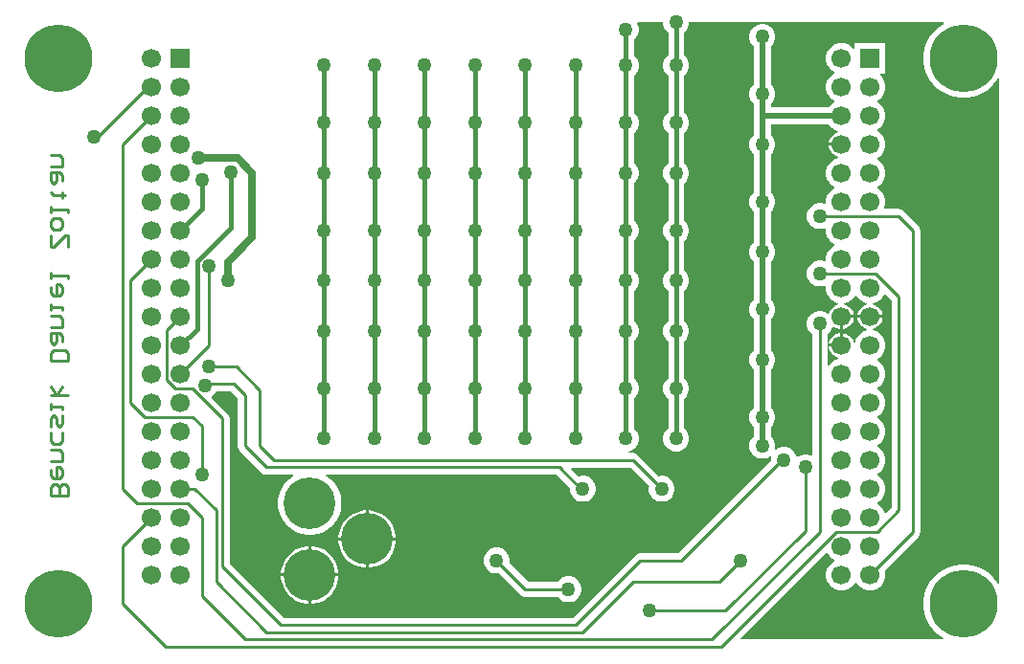
<source format=gbl>
G04*
G04 #@! TF.GenerationSoftware,Altium Limited,Altium Designer,21.6.4 (81)*
G04*
G04 Layer_Physical_Order=2*
G04 Layer_Color=16711680*
%FSLAX25Y25*%
%MOIN*%
G70*
G04*
G04 #@! TF.SameCoordinates,A847D882-0BDF-4909-9EFC-D743794CE1D5*
G04*
G04*
G04 #@! TF.FilePolarity,Positive*
G04*
G01*
G75*
%ADD13C,0.01000*%
%ADD48C,0.02000*%
%ADD49C,0.02500*%
%ADD50C,0.01500*%
%ADD52C,0.18000*%
%ADD53R,0.06693X0.06693*%
%ADD54C,0.06693*%
%ADD55C,0.23622*%
%ADD56C,0.05000*%
G36*
X288222Y186717D02*
X289217Y185722D01*
X290436Y185018D01*
X291469Y184741D01*
Y184223D01*
X290822Y184050D01*
X289831Y183478D01*
X289022Y182669D01*
X288450Y181678D01*
X288154Y180572D01*
Y180500D01*
X292500D01*
Y179500D01*
X288154D01*
Y179428D01*
X288450Y178322D01*
X289022Y177331D01*
X289831Y176522D01*
X290822Y175950D01*
X291469Y175777D01*
Y175259D01*
X290436Y174982D01*
X289217Y174278D01*
X288222Y173283D01*
X287518Y172064D01*
X287154Y170704D01*
Y169296D01*
X287518Y167936D01*
X288222Y166717D01*
X289217Y165722D01*
X289967Y165289D01*
Y164711D01*
X289217Y164278D01*
X288222Y163283D01*
X287518Y162064D01*
X287154Y160704D01*
Y159530D01*
X286876Y159306D01*
X286709Y159216D01*
X286676Y159210D01*
X285592Y159500D01*
X284408D01*
X283263Y159193D01*
X282237Y158601D01*
X281399Y157763D01*
X280807Y156737D01*
X280500Y155592D01*
Y154408D01*
X280807Y153263D01*
X281399Y152237D01*
X282237Y151399D01*
X283263Y150807D01*
X284408Y150500D01*
X285592D01*
X286676Y150790D01*
X286709Y150784D01*
X286876Y150694D01*
X287154Y150470D01*
Y149296D01*
X287518Y147936D01*
X288222Y146717D01*
X289217Y145722D01*
X289967Y145289D01*
Y144711D01*
X289217Y144278D01*
X288222Y143283D01*
X287518Y142064D01*
X287154Y140704D01*
Y139530D01*
X286876Y139306D01*
X286709Y139216D01*
X286676Y139210D01*
X285592Y139500D01*
X284408D01*
X283263Y139193D01*
X282237Y138601D01*
X281399Y137763D01*
X280807Y136737D01*
X280500Y135592D01*
Y134408D01*
X280807Y133263D01*
X281399Y132237D01*
X282237Y131399D01*
X283263Y130807D01*
X284408Y130500D01*
X285592D01*
X286676Y130790D01*
X286709Y130784D01*
X286876Y130694D01*
X287154Y130470D01*
Y129296D01*
X287518Y127936D01*
X288222Y126717D01*
X289217Y125722D01*
X290436Y125018D01*
X291469Y124741D01*
Y124223D01*
X290822Y124050D01*
X289831Y123478D01*
X289022Y122669D01*
X288450Y121678D01*
X288312Y121164D01*
X287829Y121035D01*
X287763Y121101D01*
X286737Y121693D01*
X285592Y122000D01*
X284408D01*
X283263Y121693D01*
X282237Y121101D01*
X281399Y120263D01*
X280807Y119237D01*
X280500Y118092D01*
Y116908D01*
X280807Y115763D01*
X281399Y114737D01*
X282237Y113899D01*
X282451Y113776D01*
Y71781D01*
X282018Y71531D01*
X281737Y71693D01*
X280592Y72000D01*
X279408D01*
X278263Y71693D01*
X277362Y71173D01*
X276810Y71303D01*
X276693Y71737D01*
X276101Y72763D01*
X275263Y73601D01*
X274237Y74193D01*
X273092Y74500D01*
X271908D01*
X270763Y74193D01*
X269813Y73645D01*
X269577Y73755D01*
X269377Y73948D01*
X269500Y74408D01*
Y75592D01*
X269193Y76737D01*
X268601Y77763D01*
X268026Y78338D01*
Y81662D01*
X268601Y82237D01*
X269193Y83263D01*
X269500Y84408D01*
Y85592D01*
X269193Y86737D01*
X268601Y87763D01*
X268026Y88338D01*
Y101662D01*
X268601Y102237D01*
X269193Y103263D01*
X269500Y104408D01*
Y105592D01*
X269193Y106737D01*
X268601Y107763D01*
X268026Y108338D01*
Y119162D01*
X268601Y119737D01*
X269193Y120763D01*
X269500Y121908D01*
Y123092D01*
X269193Y124237D01*
X268601Y125263D01*
X268026Y125838D01*
Y139162D01*
X268601Y139737D01*
X269193Y140763D01*
X269500Y141908D01*
Y143092D01*
X269193Y144237D01*
X268601Y145263D01*
X268026Y145838D01*
Y156662D01*
X268601Y157237D01*
X269193Y158263D01*
X269500Y159408D01*
Y160592D01*
X269193Y161737D01*
X268601Y162763D01*
X268026Y163338D01*
Y176662D01*
X268601Y177237D01*
X269193Y178263D01*
X269500Y179408D01*
Y180592D01*
X269193Y181737D01*
X268601Y182763D01*
X268026Y183338D01*
Y186974D01*
X288073D01*
X288222Y186717D01*
D02*
G37*
G36*
X309951Y125798D02*
Y53556D01*
X308042Y51647D01*
X307559Y51776D01*
X307482Y52064D01*
X306778Y53283D01*
X305783Y54278D01*
X305033Y54711D01*
Y55289D01*
X305783Y55722D01*
X306778Y56717D01*
X307482Y57936D01*
X307846Y59296D01*
Y60704D01*
X307482Y62064D01*
X306778Y63283D01*
X305783Y64278D01*
X305033Y64711D01*
Y65289D01*
X305783Y65722D01*
X306778Y66717D01*
X307482Y67936D01*
X307846Y69296D01*
Y70704D01*
X307482Y72064D01*
X306778Y73283D01*
X305783Y74278D01*
X305033Y74711D01*
Y75289D01*
X305783Y75722D01*
X306778Y76717D01*
X307482Y77936D01*
X307846Y79296D01*
Y80704D01*
X307482Y82064D01*
X306778Y83283D01*
X305783Y84278D01*
X305033Y84711D01*
Y85289D01*
X305783Y85722D01*
X306778Y86717D01*
X307482Y87936D01*
X307846Y89296D01*
Y90704D01*
X307482Y92064D01*
X306778Y93283D01*
X305783Y94278D01*
X305033Y94711D01*
Y95289D01*
X305783Y95722D01*
X306778Y96717D01*
X307482Y97936D01*
X307846Y99296D01*
Y100704D01*
X307482Y102064D01*
X306778Y103283D01*
X305783Y104278D01*
X305033Y104711D01*
Y105289D01*
X305783Y105722D01*
X306778Y106717D01*
X307482Y107936D01*
X307846Y109296D01*
Y110704D01*
X307482Y112064D01*
X306778Y113283D01*
X305783Y114278D01*
X304564Y114982D01*
X303531Y115259D01*
Y115777D01*
X304178Y115950D01*
X305169Y116522D01*
X305978Y117331D01*
X306550Y118322D01*
X306846Y119428D01*
Y119500D01*
X302500D01*
X298153D01*
Y119428D01*
X298450Y118322D01*
X299022Y117331D01*
X299831Y116522D01*
X300822Y115950D01*
X301469Y115777D01*
Y115259D01*
X300436Y114982D01*
X299217Y114278D01*
X298222Y113283D01*
X297518Y112064D01*
X297241Y111031D01*
X296724D01*
X296550Y111678D01*
X295978Y112669D01*
X295169Y113478D01*
X294178Y114050D01*
X293072Y114347D01*
X293000D01*
Y110000D01*
X292500D01*
Y109500D01*
X288154D01*
Y109428D01*
X288450Y108322D01*
X289022Y107331D01*
X289831Y106522D01*
X290822Y105950D01*
X291469Y105777D01*
Y105259D01*
X290436Y104982D01*
X289217Y104278D01*
X288222Y103283D01*
X288032Y102954D01*
X287549Y103083D01*
Y113776D01*
X287763Y113899D01*
X288601Y114737D01*
X289193Y115763D01*
X289358Y116379D01*
X289903Y116480D01*
X290822Y115950D01*
X291928Y115654D01*
X292000D01*
Y120000D01*
X292500D01*
Y120500D01*
X296847D01*
Y120572D01*
X296550Y121678D01*
X295978Y122669D01*
X295169Y123478D01*
X294178Y124050D01*
X293531Y124223D01*
Y124741D01*
X294564Y125018D01*
X295783Y125722D01*
X296778Y126717D01*
X297211Y127467D01*
X297789D01*
X298222Y126717D01*
X299217Y125722D01*
X300436Y125018D01*
X301469Y124741D01*
Y124223D01*
X300822Y124050D01*
X299831Y123478D01*
X299022Y122669D01*
X298450Y121678D01*
X298153Y120572D01*
Y120500D01*
X302500D01*
X306846D01*
Y120572D01*
X306550Y121678D01*
X305978Y122669D01*
X305169Y123478D01*
X304178Y124050D01*
X303531Y124223D01*
Y124741D01*
X304564Y125018D01*
X305783Y125722D01*
X306778Y126717D01*
X307344Y127698D01*
X307932Y127817D01*
X309951Y125798D01*
D02*
G37*
G36*
X230500Y222500D02*
Y221908D01*
X230807Y220763D01*
X231399Y219737D01*
X232226Y218910D01*
Y211090D01*
X231399Y210263D01*
X230807Y209237D01*
X230500Y208092D01*
Y206908D01*
X230807Y205763D01*
X231399Y204737D01*
X232226Y203910D01*
Y191090D01*
X231399Y190263D01*
X230807Y189237D01*
X230500Y188092D01*
Y186908D01*
X230807Y185763D01*
X231399Y184737D01*
X232226Y183910D01*
Y173590D01*
X231399Y172763D01*
X230807Y171737D01*
X230500Y170592D01*
Y169408D01*
X230807Y168263D01*
X231399Y167237D01*
X232226Y166410D01*
Y153590D01*
X231399Y152763D01*
X230807Y151737D01*
X230500Y150592D01*
Y149408D01*
X230807Y148263D01*
X231399Y147237D01*
X232226Y146410D01*
Y136090D01*
X231399Y135263D01*
X230807Y134237D01*
X230500Y133092D01*
Y131908D01*
X230807Y130763D01*
X231399Y129737D01*
X232226Y128910D01*
Y118590D01*
X231399Y117763D01*
X230807Y116737D01*
X230500Y115592D01*
Y114408D01*
X230807Y113263D01*
X231399Y112237D01*
X232226Y111410D01*
Y98590D01*
X231399Y97763D01*
X230807Y96737D01*
X230500Y95592D01*
Y94408D01*
X230807Y93263D01*
X231399Y92237D01*
X232226Y91410D01*
Y81090D01*
X231399Y80263D01*
X230807Y79237D01*
X230500Y78092D01*
Y76908D01*
X230807Y75763D01*
X231399Y74737D01*
X232237Y73899D01*
X233263Y73307D01*
X234408Y73000D01*
X235592D01*
X236737Y73307D01*
X237763Y73899D01*
X238601Y74737D01*
X239193Y75763D01*
X239500Y76908D01*
Y78092D01*
X239193Y79237D01*
X238601Y80263D01*
X237774Y81090D01*
Y91410D01*
X238601Y92237D01*
X239193Y93263D01*
X239500Y94408D01*
Y95592D01*
X239193Y96737D01*
X238601Y97763D01*
X237774Y98590D01*
Y111410D01*
X238601Y112237D01*
X239193Y113263D01*
X239500Y114408D01*
Y115592D01*
X239193Y116737D01*
X238601Y117763D01*
X237774Y118590D01*
Y128910D01*
X238601Y129737D01*
X239193Y130763D01*
X239500Y131908D01*
Y133092D01*
X239193Y134237D01*
X238601Y135263D01*
X237774Y136090D01*
Y146410D01*
X238601Y147237D01*
X239193Y148263D01*
X239500Y149408D01*
Y150592D01*
X239193Y151737D01*
X238601Y152763D01*
X237774Y153590D01*
Y166410D01*
X238601Y167237D01*
X239193Y168263D01*
X239500Y169408D01*
Y170592D01*
X239193Y171737D01*
X238601Y172763D01*
X237774Y173590D01*
Y183910D01*
X238601Y184737D01*
X239193Y185763D01*
X239500Y186908D01*
Y188092D01*
X239193Y189237D01*
X238601Y190263D01*
X237774Y191090D01*
Y203910D01*
X238601Y204737D01*
X239193Y205763D01*
X239500Y206908D01*
Y208092D01*
X239193Y209237D01*
X238601Y210263D01*
X237774Y211090D01*
Y218910D01*
X238601Y219737D01*
X239193Y220763D01*
X239500Y221908D01*
Y222500D01*
X328040D01*
X328157Y222014D01*
X327762Y221812D01*
X326003Y220534D01*
X324465Y218997D01*
X323188Y217238D01*
X322201Y215302D01*
X321529Y213234D01*
X321189Y211087D01*
Y208913D01*
X321529Y206766D01*
X322201Y204698D01*
X323188Y202761D01*
X324465Y201003D01*
X326003Y199466D01*
X327762Y198188D01*
X329698Y197201D01*
X331766Y196529D01*
X333913Y196189D01*
X336087D01*
X338234Y196529D01*
X340302Y197201D01*
X342238Y198188D01*
X343997Y199466D01*
X345534Y201003D01*
X346812Y202761D01*
X347014Y203157D01*
X347500Y203040D01*
Y26960D01*
X347014Y26843D01*
X346812Y27239D01*
X345534Y28997D01*
X343997Y30534D01*
X342238Y31812D01*
X340302Y32799D01*
X338234Y33471D01*
X336087Y33811D01*
X333913D01*
X331766Y33471D01*
X329698Y32799D01*
X327762Y31812D01*
X326003Y30534D01*
X324465Y28997D01*
X323188Y27239D01*
X322201Y25302D01*
X321529Y23234D01*
X321189Y21087D01*
Y18913D01*
X321529Y16766D01*
X322201Y14698D01*
X323188Y12762D01*
X324465Y11003D01*
X326003Y9465D01*
X327762Y8188D01*
X328157Y7986D01*
X328040Y7500D01*
X257404D01*
X257213Y7962D01*
X287068Y37817D01*
X287656Y37698D01*
X288222Y36717D01*
X289217Y35722D01*
X289967Y35289D01*
Y34711D01*
X289217Y34278D01*
X288222Y33283D01*
X287518Y32064D01*
X287154Y30704D01*
Y29296D01*
X287518Y27936D01*
X288222Y26717D01*
X289217Y25722D01*
X290436Y25018D01*
X291796Y24654D01*
X293204D01*
X294564Y25018D01*
X295783Y25722D01*
X296778Y26717D01*
X297211Y27467D01*
X297789D01*
X298222Y26717D01*
X299217Y25722D01*
X300436Y25018D01*
X301796Y24654D01*
X303204D01*
X304564Y25018D01*
X305783Y25722D01*
X306778Y26717D01*
X307482Y27936D01*
X307846Y29296D01*
Y30704D01*
X307627Y31522D01*
X319302Y43198D01*
X319855Y44025D01*
X320049Y45000D01*
Y150000D01*
X319855Y150976D01*
X319302Y151802D01*
X314302Y156802D01*
X313475Y157355D01*
X312500Y157549D01*
X307767D01*
X307512Y158049D01*
X307846Y159296D01*
Y160704D01*
X307482Y162064D01*
X306778Y163283D01*
X305783Y164278D01*
X305033Y164711D01*
Y165289D01*
X305783Y165722D01*
X306778Y166717D01*
X307482Y167936D01*
X307846Y169296D01*
Y170704D01*
X307482Y172064D01*
X306778Y173283D01*
X305783Y174278D01*
X305033Y174711D01*
Y175289D01*
X305783Y175722D01*
X306778Y176717D01*
X307482Y177936D01*
X307846Y179296D01*
Y180704D01*
X307482Y182064D01*
X306778Y183283D01*
X305783Y184278D01*
X305033Y184711D01*
Y185289D01*
X305783Y185722D01*
X306778Y186717D01*
X307482Y187936D01*
X307846Y189296D01*
Y190704D01*
X307482Y192064D01*
X306778Y193283D01*
X305783Y194278D01*
X305033Y194711D01*
Y195289D01*
X305783Y195722D01*
X306778Y196717D01*
X307482Y197936D01*
X307846Y199296D01*
Y200704D01*
X307482Y202064D01*
X306778Y203283D01*
X305908Y204153D01*
X306084Y204654D01*
X307846D01*
Y215347D01*
X297153D01*
Y213584D01*
X296654Y213407D01*
X295783Y214278D01*
X294564Y214982D01*
X293204Y215347D01*
X291796D01*
X290436Y214982D01*
X289217Y214278D01*
X288222Y213283D01*
X287518Y212064D01*
X287154Y210704D01*
Y209296D01*
X287518Y207936D01*
X288222Y206717D01*
X289217Y205722D01*
X289967Y205289D01*
Y204711D01*
X289217Y204278D01*
X288222Y203283D01*
X287518Y202064D01*
X287154Y200704D01*
Y199296D01*
X287518Y197936D01*
X288222Y196717D01*
X289217Y195722D01*
X289967Y195289D01*
Y194711D01*
X289217Y194278D01*
X288222Y193283D01*
X288073Y193026D01*
X268026D01*
Y194162D01*
X268601Y194737D01*
X269193Y195763D01*
X269500Y196908D01*
Y198092D01*
X269193Y199237D01*
X268601Y200263D01*
X268026Y200838D01*
Y214162D01*
X268601Y214737D01*
X269193Y215763D01*
X269500Y216908D01*
Y218092D01*
X269193Y219237D01*
X268601Y220263D01*
X267763Y221101D01*
X266737Y221693D01*
X265592Y222000D01*
X264408D01*
X263263Y221693D01*
X262237Y221101D01*
X261399Y220263D01*
X260807Y219237D01*
X260500Y218092D01*
Y216908D01*
X260807Y215763D01*
X261399Y214737D01*
X261974Y214162D01*
Y200838D01*
X261399Y200263D01*
X260807Y199237D01*
X260500Y198092D01*
Y196908D01*
X260807Y195763D01*
X261399Y194737D01*
X261974Y194162D01*
Y190000D01*
Y183338D01*
X261399Y182763D01*
X260807Y181737D01*
X260500Y180592D01*
Y179408D01*
X260807Y178263D01*
X261399Y177237D01*
X261974Y176662D01*
Y163338D01*
X261399Y162763D01*
X260807Y161737D01*
X260500Y160592D01*
Y159408D01*
X260807Y158263D01*
X261399Y157237D01*
X261974Y156662D01*
Y145838D01*
X261399Y145263D01*
X260807Y144237D01*
X260500Y143092D01*
Y141908D01*
X260807Y140763D01*
X261399Y139737D01*
X261974Y139162D01*
Y125838D01*
X261399Y125263D01*
X260807Y124237D01*
X260500Y123092D01*
Y121908D01*
X260807Y120763D01*
X261399Y119737D01*
X261974Y119162D01*
Y108338D01*
X261399Y107763D01*
X260807Y106737D01*
X260500Y105592D01*
Y104408D01*
X260807Y103263D01*
X261399Y102237D01*
X261974Y101662D01*
Y88338D01*
X261399Y87763D01*
X260807Y86737D01*
X260500Y85592D01*
Y84408D01*
X260807Y83263D01*
X261399Y82237D01*
X261974Y81662D01*
Y78338D01*
X261399Y77763D01*
X260807Y76737D01*
X260500Y75592D01*
Y74408D01*
X260807Y73263D01*
X261399Y72237D01*
X262237Y71399D01*
X263263Y70807D01*
X264408Y70500D01*
X265592D01*
X266737Y70807D01*
X267687Y71355D01*
X267923Y71245D01*
X268123Y71052D01*
X268000Y70592D01*
Y69762D01*
X235787Y37549D01*
X222500D01*
X221525Y37355D01*
X220698Y36802D01*
X198944Y15049D01*
X98556D01*
X79549Y34056D01*
Y84543D01*
X79355Y85518D01*
X78802Y86345D01*
X73383Y91764D01*
X73449Y92260D01*
X73863Y92499D01*
X74701Y93337D01*
X75055Y93951D01*
X79944D01*
X82451Y91444D01*
Y75000D01*
X82645Y74024D01*
X83198Y73198D01*
X90698Y65698D01*
X91524Y65145D01*
X92500Y64951D01*
X101730D01*
X101846Y64465D01*
X101735Y64408D01*
X100334Y63390D01*
X99110Y62166D01*
X98092Y60765D01*
X97306Y59223D01*
X96771Y57576D01*
X96500Y55866D01*
Y54134D01*
X96771Y52424D01*
X97306Y50778D01*
X98092Y49235D01*
X99110Y47834D01*
X100334Y46610D01*
X101735Y45592D01*
X103278Y44806D01*
X104924Y44271D01*
X106634Y44000D01*
X108366D01*
X110076Y44271D01*
X111723Y44806D01*
X113265Y45592D01*
X114666Y46610D01*
X115890Y47834D01*
X116908Y49235D01*
X117694Y50778D01*
X118229Y52424D01*
X118500Y54134D01*
Y55866D01*
X118229Y57576D01*
X117694Y59223D01*
X116908Y60765D01*
X115890Y62166D01*
X114666Y63390D01*
X113265Y64408D01*
X113154Y64465D01*
X113270Y64951D01*
X193287D01*
X198000Y60238D01*
Y59408D01*
X198307Y58263D01*
X198899Y57237D01*
X199737Y56399D01*
X200763Y55807D01*
X201908Y55500D01*
X203092D01*
X204237Y55807D01*
X205263Y56399D01*
X206101Y57237D01*
X206693Y58263D01*
X207000Y59408D01*
Y60592D01*
X206693Y61737D01*
X206101Y62763D01*
X205263Y63601D01*
X204237Y64193D01*
X203092Y64500D01*
X201908D01*
X201151Y64297D01*
X198459Y66989D01*
X198650Y67451D01*
X218944D01*
X225564Y60831D01*
X225500Y60592D01*
Y59408D01*
X225807Y58263D01*
X226399Y57237D01*
X227237Y56399D01*
X228263Y55807D01*
X229408Y55500D01*
X230592D01*
X231737Y55807D01*
X232763Y56399D01*
X233601Y57237D01*
X234193Y58263D01*
X234500Y59408D01*
Y60592D01*
X234193Y61737D01*
X233601Y62763D01*
X232763Y63601D01*
X231737Y64193D01*
X230592Y64500D01*
X229408D01*
X229169Y64436D01*
X221802Y71802D01*
X220975Y72355D01*
X220000Y72549D01*
X218341D01*
X218275Y73049D01*
X219237Y73307D01*
X220263Y73899D01*
X221101Y74737D01*
X221693Y75763D01*
X222000Y76908D01*
Y78092D01*
X221693Y79237D01*
X221101Y80263D01*
X220274Y81090D01*
Y91410D01*
X221101Y92237D01*
X221693Y93263D01*
X222000Y94408D01*
Y95592D01*
X221693Y96737D01*
X221101Y97763D01*
X220274Y98590D01*
Y111410D01*
X221101Y112237D01*
X221693Y113263D01*
X222000Y114408D01*
Y115592D01*
X221693Y116737D01*
X221101Y117763D01*
X220274Y118590D01*
Y128910D01*
X221101Y129737D01*
X221693Y130763D01*
X222000Y131908D01*
Y133092D01*
X221693Y134237D01*
X221101Y135263D01*
X220274Y136090D01*
Y146410D01*
X221101Y147237D01*
X221693Y148263D01*
X222000Y149408D01*
Y150592D01*
X221693Y151737D01*
X221101Y152763D01*
X220274Y153590D01*
Y166410D01*
X221101Y167237D01*
X221693Y168263D01*
X222000Y169408D01*
Y170592D01*
X221693Y171737D01*
X221101Y172763D01*
X220274Y173590D01*
Y183910D01*
X221101Y184737D01*
X221693Y185763D01*
X222000Y186908D01*
Y188092D01*
X221693Y189237D01*
X221101Y190263D01*
X220274Y191090D01*
Y203910D01*
X221101Y204737D01*
X221693Y205763D01*
X222000Y206908D01*
Y208092D01*
X221693Y209237D01*
X221101Y210263D01*
X220274Y211090D01*
Y216410D01*
X221101Y217237D01*
X221693Y218263D01*
X222000Y219408D01*
Y220592D01*
X221693Y221737D01*
X221503Y222067D01*
X221753Y222500D01*
X230500D01*
D02*
G37*
%LPC*%
G36*
X296847Y119500D02*
X293000D01*
Y115654D01*
X293072D01*
X294178Y115950D01*
X295169Y116522D01*
X295978Y117331D01*
X296550Y118322D01*
X296847Y119428D01*
Y119500D01*
D02*
G37*
G36*
X292000Y114347D02*
X291928D01*
X290822Y114050D01*
X289831Y113478D01*
X289022Y112669D01*
X288450Y111678D01*
X288154Y110572D01*
Y110500D01*
X292000D01*
Y114347D01*
D02*
G37*
G36*
X128485Y52500D02*
X128000D01*
Y43000D01*
X137500D01*
Y43485D01*
X137116Y45417D01*
X136362Y47237D01*
X135267Y48875D01*
X133875Y50267D01*
X132237Y51362D01*
X130417Y52116D01*
X128485Y52500D01*
D02*
G37*
G36*
X127000D02*
X126515D01*
X124583Y52116D01*
X122763Y51362D01*
X121125Y50267D01*
X119732Y48875D01*
X118638Y47237D01*
X117884Y45417D01*
X117500Y43485D01*
Y43000D01*
X127000D01*
Y52500D01*
D02*
G37*
G36*
X137500Y42000D02*
X128000D01*
Y32500D01*
X128485D01*
X130417Y32884D01*
X132237Y33638D01*
X133875Y34732D01*
X135267Y36125D01*
X136362Y37763D01*
X137116Y39583D01*
X137500Y41515D01*
Y42000D01*
D02*
G37*
G36*
X127000D02*
X117500D01*
Y41515D01*
X117884Y39583D01*
X118638Y37763D01*
X119732Y36125D01*
X121125Y34732D01*
X122763Y33638D01*
X124583Y32884D01*
X126515Y32500D01*
X127000D01*
Y42000D01*
D02*
G37*
G36*
X108485Y40000D02*
X108000D01*
Y30500D01*
X117500D01*
Y30985D01*
X117116Y32917D01*
X116362Y34737D01*
X115268Y36375D01*
X113875Y37767D01*
X112237Y38862D01*
X110417Y39616D01*
X108485Y40000D01*
D02*
G37*
G36*
X107000D02*
X106515D01*
X104583Y39616D01*
X102763Y38862D01*
X101125Y37767D01*
X99733Y36375D01*
X98638Y34737D01*
X97884Y32917D01*
X97500Y30985D01*
Y30500D01*
X107000D01*
Y40000D01*
D02*
G37*
G36*
X173092Y39500D02*
X171908D01*
X170763Y39193D01*
X169737Y38601D01*
X168899Y37763D01*
X168307Y36737D01*
X168000Y35592D01*
Y34408D01*
X168307Y33263D01*
X168899Y32237D01*
X169737Y31399D01*
X170763Y30807D01*
X171908Y30500D01*
X173092D01*
X173331Y30564D01*
X180698Y23198D01*
X181525Y22645D01*
X182500Y22451D01*
X193775D01*
X193899Y22237D01*
X194737Y21399D01*
X195763Y20807D01*
X196908Y20500D01*
X198092D01*
X199237Y20807D01*
X200263Y21399D01*
X201101Y22237D01*
X201693Y23263D01*
X202000Y24408D01*
Y25592D01*
X201693Y26737D01*
X201101Y27763D01*
X200263Y28601D01*
X199237Y29193D01*
X198092Y29500D01*
X196908D01*
X195763Y29193D01*
X194737Y28601D01*
X193899Y27763D01*
X193775Y27549D01*
X183556D01*
X176936Y34169D01*
X177000Y34408D01*
Y35592D01*
X176693Y36737D01*
X176101Y37763D01*
X175263Y38601D01*
X174237Y39193D01*
X173092Y39500D01*
D02*
G37*
G36*
X117500Y29500D02*
X108000D01*
Y20000D01*
X108485D01*
X110417Y20384D01*
X112237Y21138D01*
X113875Y22232D01*
X115268Y23625D01*
X116362Y25263D01*
X117116Y27083D01*
X117500Y29015D01*
Y29500D01*
D02*
G37*
G36*
X107000D02*
X97500D01*
Y29015D01*
X97884Y27083D01*
X98638Y25263D01*
X99733Y23625D01*
X101125Y22232D01*
X102763Y21138D01*
X104583Y20384D01*
X106515Y20000D01*
X107000D01*
Y29500D01*
D02*
G37*
%LPD*%
D13*
X70000Y65000D02*
Y81843D01*
X67500Y60000D02*
X75000Y52500D01*
X62500Y60000D02*
X67500D01*
X75000Y27500D02*
Y52500D01*
X71500Y96500D02*
X81000D01*
X71100Y96100D02*
X71500Y96500D01*
X81000D02*
X85000Y92500D01*
X72500Y102500D02*
X81914D01*
X89414Y95000D01*
X66843Y85000D02*
X70000Y81843D01*
X50000Y85000D02*
X66843D01*
X89414Y95000D02*
X90000Y94414D01*
X89414Y95000D02*
X89414D01*
X62500Y100000D02*
X72505Y110005D01*
Y137495D01*
X225657Y17500D02*
X252172D01*
X280000Y45328D01*
X302500Y30000D02*
X317500Y45000D01*
Y150000D01*
X312500Y155000D02*
X317500Y150000D01*
X305000Y45000D02*
X312500Y52500D01*
Y126854D01*
X304354Y135000D02*
X312500Y126854D01*
X290646Y45000D02*
X305000D01*
X280000Y45328D02*
Y67500D01*
X285000Y45000D02*
Y117500D01*
X247500Y7500D02*
X285000Y45000D01*
X271843Y70000D02*
X272500D01*
X236843Y35000D02*
X271843Y70000D01*
X222500Y35000D02*
X236843D01*
X200000Y12500D02*
X222500Y35000D01*
X92500Y67500D02*
X194343D01*
X201843Y60000D01*
X95000Y70000D02*
X220000D01*
X230000Y60000D01*
X42500Y180000D02*
X52500Y190000D01*
X42500Y60000D02*
Y180000D01*
Y60000D02*
X47500Y55000D01*
X42500Y20000D02*
Y40000D01*
X52500Y50000D01*
X42500Y20000D02*
X57500Y5000D01*
X85000Y7500D02*
X247500D01*
X57500Y5000D02*
X250646D01*
X290646Y45000D01*
X85000Y75000D02*
Y92500D01*
X77000Y33000D02*
X97500Y12500D01*
X77000Y33000D02*
Y84543D01*
X66543Y95000D02*
X77000Y84543D01*
X90000Y75000D02*
Y94414D01*
X85000Y75000D02*
X92500Y67500D01*
X90000Y75000D02*
X95000Y70000D01*
X60586Y95000D02*
X66543D01*
X201843Y60000D02*
X202500D01*
X97500Y12500D02*
X200000D01*
X75000Y27500D02*
X92500Y10000D01*
X202500D01*
X220000Y27500D01*
X70000Y22500D02*
X85000Y7500D01*
X182500Y25000D02*
X197500D01*
X172500Y35000D02*
X182500Y25000D01*
X65000Y55000D02*
X70000Y50000D01*
X47500Y55000D02*
X65000D01*
X70000Y22500D02*
Y50000D01*
X220000Y27500D02*
X250000D01*
X257500Y35000D01*
X57653Y97932D02*
X60586Y95000D01*
X57653Y97932D02*
Y115154D01*
X62500Y120000D01*
X45000Y90000D02*
Y132500D01*
X52500Y140000D01*
X45000Y90000D02*
X50000Y85000D01*
X33582Y182500D02*
X51082Y200000D01*
X52500D01*
X32500Y182500D02*
X33582D01*
X285000Y135000D02*
X304354D01*
X285000Y155000D02*
X312500D01*
X23498Y57500D02*
X17500D01*
Y60499D01*
X18500Y61499D01*
X19499D01*
X20499Y60499D01*
Y57500D01*
Y60499D01*
X21499Y61499D01*
X22498D01*
X23498Y60499D01*
Y57500D01*
X17500Y66497D02*
Y64498D01*
X18500Y63498D01*
X20499D01*
X21499Y64498D01*
Y66497D01*
X20499Y67497D01*
X19499D01*
Y63498D01*
X17500Y69496D02*
X21499D01*
Y72495D01*
X20499Y73495D01*
X17500D01*
X21499Y79493D02*
Y76494D01*
X20499Y75494D01*
X18500D01*
X17500Y76494D01*
Y79493D01*
Y81492D02*
Y84491D01*
X18500Y85491D01*
X19499Y84491D01*
Y82492D01*
X20499Y81492D01*
X21499Y82492D01*
Y85491D01*
X17500Y87490D02*
Y89490D01*
Y88490D01*
X21499D01*
Y87490D01*
X17500Y92489D02*
X23498D01*
X19499D02*
X21499Y95488D01*
X19499Y92489D02*
X17500Y95488D01*
X23498Y104485D02*
X17500D01*
Y107484D01*
X18500Y108484D01*
X22498D01*
X23498Y107484D01*
Y104485D01*
X21499Y111483D02*
Y113482D01*
X20499Y114482D01*
X17500D01*
Y111483D01*
X18500Y110483D01*
X19499Y111483D01*
Y114482D01*
X17500Y116481D02*
X21499D01*
Y119480D01*
X20499Y120480D01*
X17500D01*
Y122479D02*
Y124478D01*
Y123479D01*
X21499D01*
Y122479D01*
X17500Y130476D02*
Y128477D01*
X18500Y127477D01*
X20499D01*
X21499Y128477D01*
Y130476D01*
X20499Y131476D01*
X19499D01*
Y127477D01*
X17500Y133475D02*
Y135475D01*
Y134475D01*
X23498D01*
Y133475D01*
Y144472D02*
Y148471D01*
X22498D01*
X18500Y144472D01*
X17500D01*
Y148471D01*
Y151470D02*
Y153469D01*
X18500Y154469D01*
X20499D01*
X21499Y153469D01*
Y151470D01*
X20499Y150470D01*
X18500D01*
X17500Y151470D01*
Y156468D02*
Y158467D01*
Y157468D01*
X23498D01*
Y156468D01*
X22498Y162466D02*
X21499D01*
Y161466D01*
Y163466D01*
Y162466D01*
X18500D01*
X17500Y163466D01*
X21499Y167464D02*
Y169464D01*
X20499Y170463D01*
X17500D01*
Y167464D01*
X18500Y166465D01*
X19499Y167464D01*
Y170463D01*
X17500Y172463D02*
X21499D01*
Y175462D01*
X20499Y176462D01*
X17500D01*
D48*
X265000Y197500D02*
Y217500D01*
Y190000D02*
Y197500D01*
Y105000D02*
Y122500D01*
Y75000D02*
Y85000D01*
Y105000D01*
Y142500D02*
Y160000D01*
Y180000D01*
Y190000D01*
Y122500D02*
Y142500D01*
Y190000D02*
X292500D01*
D49*
X68690Y175244D02*
X82256D01*
X87500Y170000D01*
Y147500D02*
Y170000D01*
X78904Y138904D02*
X87500Y147500D01*
X78904Y132716D02*
Y138904D01*
D50*
X235000Y187500D02*
Y222500D01*
X217500Y187500D02*
Y220000D01*
Y170000D02*
Y187500D01*
X235000Y170000D02*
Y187500D01*
Y150000D02*
Y170000D01*
X217500Y150000D02*
Y170000D01*
X235000Y132500D02*
Y150000D01*
X217500Y132500D02*
Y150000D01*
X235000Y115000D02*
Y132500D01*
X217500Y115000D02*
Y132500D01*
X235000Y95000D02*
Y115000D01*
X217500Y95000D02*
Y115000D01*
X235000Y77500D02*
Y95000D01*
X217500Y77500D02*
Y95000D01*
X200000Y77500D02*
Y115000D01*
Y132500D01*
X182500Y77500D02*
Y115000D01*
Y132500D01*
X165000Y77500D02*
Y115000D01*
Y132500D01*
Y150000D01*
X182500Y132500D02*
Y150000D01*
X200000Y132500D02*
Y150000D01*
Y170000D01*
X182500Y150000D02*
Y170000D01*
X165000Y150000D02*
Y170000D01*
Y187500D01*
X182500Y170000D02*
Y187500D01*
X200000Y170000D02*
Y187500D01*
Y207500D01*
X182500Y187500D02*
Y207500D01*
X165000Y187500D02*
Y207500D01*
X147500Y170000D02*
Y207500D01*
Y150000D02*
Y170000D01*
Y132500D02*
Y150000D01*
Y115000D02*
Y132500D01*
Y77500D02*
Y95000D01*
Y115000D01*
X112500Y77500D02*
Y95000D01*
X112544Y95044D01*
X130000Y132500D02*
Y150000D01*
Y115000D02*
Y132500D01*
Y77500D02*
Y115000D01*
X112500Y132500D02*
Y150000D01*
Y115000D02*
Y132500D01*
Y95089D02*
Y115000D01*
Y95089D02*
X112544Y95044D01*
X130000Y150000D02*
Y170000D01*
Y187500D01*
X112500Y170000D02*
Y187500D01*
Y150000D02*
Y170000D01*
X130000Y187500D02*
Y207500D01*
X112500Y187500D02*
Y207500D01*
X68255Y139255D02*
X80000Y151000D01*
Y170474D01*
X68255Y115755D02*
Y139255D01*
X62500Y150000D02*
X70000Y157500D01*
Y167500D01*
X62500Y110000D02*
X68255Y115755D01*
D52*
X107500Y55000D02*
D03*
Y30000D02*
D03*
X127500Y42500D02*
D03*
D53*
X62500Y210000D02*
D03*
X302500D02*
D03*
D54*
X52500D02*
D03*
X62500Y200000D02*
D03*
X52500D02*
D03*
X62500Y190000D02*
D03*
X52500D02*
D03*
X62500Y180000D02*
D03*
X52500D02*
D03*
X62500Y170000D02*
D03*
X52500D02*
D03*
X62500Y160000D02*
D03*
X52500D02*
D03*
X62500Y150000D02*
D03*
X52500D02*
D03*
X62500Y140000D02*
D03*
X52500D02*
D03*
X62500Y130000D02*
D03*
X52500D02*
D03*
X62500Y120000D02*
D03*
X52500D02*
D03*
X62500Y110000D02*
D03*
X52500D02*
D03*
X62500Y100000D02*
D03*
X52500D02*
D03*
X62500Y90000D02*
D03*
X52500D02*
D03*
X62500Y80000D02*
D03*
X52500D02*
D03*
X62500Y70000D02*
D03*
X52500D02*
D03*
X62500Y60000D02*
D03*
X52500D02*
D03*
X62500Y50000D02*
D03*
X52500D02*
D03*
X62500Y40000D02*
D03*
X52500D02*
D03*
X62500Y30000D02*
D03*
X52500D02*
D03*
X292500Y210000D02*
D03*
X302500Y200000D02*
D03*
X292500D02*
D03*
X302500Y190000D02*
D03*
X292500D02*
D03*
X302500Y180000D02*
D03*
X292500D02*
D03*
X302500Y170000D02*
D03*
X292500D02*
D03*
X302500Y160000D02*
D03*
X292500D02*
D03*
X302500Y150000D02*
D03*
X292500D02*
D03*
X302500Y140000D02*
D03*
X292500D02*
D03*
X302500Y130000D02*
D03*
X292500D02*
D03*
X302500Y120000D02*
D03*
X292500D02*
D03*
X302500Y110000D02*
D03*
X292500D02*
D03*
X302500Y100000D02*
D03*
X292500D02*
D03*
X302500Y90000D02*
D03*
X292500D02*
D03*
X302500Y80000D02*
D03*
X292500D02*
D03*
X302500Y70000D02*
D03*
X292500D02*
D03*
X302500Y60000D02*
D03*
X292500D02*
D03*
X302500Y50000D02*
D03*
X292500D02*
D03*
X302500Y40000D02*
D03*
X292500D02*
D03*
X302500Y30000D02*
D03*
X292500D02*
D03*
D55*
X20000Y210000D02*
D03*
X335000D02*
D03*
Y20000D02*
D03*
X20000D02*
D03*
D56*
X70000Y65000D02*
D03*
X71100Y96100D02*
D03*
X72500Y102500D02*
D03*
X68690Y175244D02*
D03*
X280000Y67500D02*
D03*
X272500Y70000D02*
D03*
X265000Y85000D02*
D03*
Y160000D02*
D03*
Y217500D02*
D03*
X78904Y132716D02*
D03*
X235000Y222500D02*
D03*
X217500Y220000D02*
D03*
X80000Y170474D02*
D03*
X72505Y137495D02*
D03*
X70000Y167500D02*
D03*
X235000Y207500D02*
D03*
X217500D02*
D03*
X235000Y187500D02*
D03*
X217500D02*
D03*
X235000Y170000D02*
D03*
X217500D02*
D03*
X235000Y150000D02*
D03*
X217500D02*
D03*
X235000Y132500D02*
D03*
X217500D02*
D03*
X235000Y115000D02*
D03*
X217500D02*
D03*
X235000Y95000D02*
D03*
X217500D02*
D03*
X235000Y77500D02*
D03*
X217500D02*
D03*
X200000D02*
D03*
X182500D02*
D03*
X165000D02*
D03*
Y95000D02*
D03*
X182500D02*
D03*
X200000D02*
D03*
Y115000D02*
D03*
X182500D02*
D03*
X165000D02*
D03*
Y132500D02*
D03*
X182500D02*
D03*
X200000D02*
D03*
Y150000D02*
D03*
X182500D02*
D03*
X165000D02*
D03*
X200000Y170000D02*
D03*
X182500D02*
D03*
X200000Y187500D02*
D03*
X165000D02*
D03*
X182500D02*
D03*
X200000Y207500D02*
D03*
X182500D02*
D03*
X165000D02*
D03*
X147500D02*
D03*
Y187500D02*
D03*
Y170000D02*
D03*
Y150000D02*
D03*
Y132500D02*
D03*
Y115000D02*
D03*
Y95000D02*
D03*
Y77500D02*
D03*
X112500D02*
D03*
X130000D02*
D03*
X112500Y115000D02*
D03*
X130000D02*
D03*
Y132500D02*
D03*
X112500Y150000D02*
D03*
X130000D02*
D03*
Y170000D02*
D03*
Y187500D02*
D03*
Y207500D02*
D03*
X112500Y95000D02*
D03*
Y132500D02*
D03*
Y170000D02*
D03*
Y187500D02*
D03*
Y207500D02*
D03*
X265000Y105000D02*
D03*
X230000Y60000D02*
D03*
X202500D02*
D03*
X197500Y25000D02*
D03*
X225657Y17500D02*
D03*
X172500Y35000D02*
D03*
X265000Y75000D02*
D03*
X257500Y35000D02*
D03*
X32500Y182500D02*
D03*
X285000Y117500D02*
D03*
Y135000D02*
D03*
X165000Y170000D02*
D03*
X130000Y95000D02*
D03*
X285000Y155000D02*
D03*
X265000Y122500D02*
D03*
Y142500D02*
D03*
Y180000D02*
D03*
Y197500D02*
D03*
M02*

</source>
